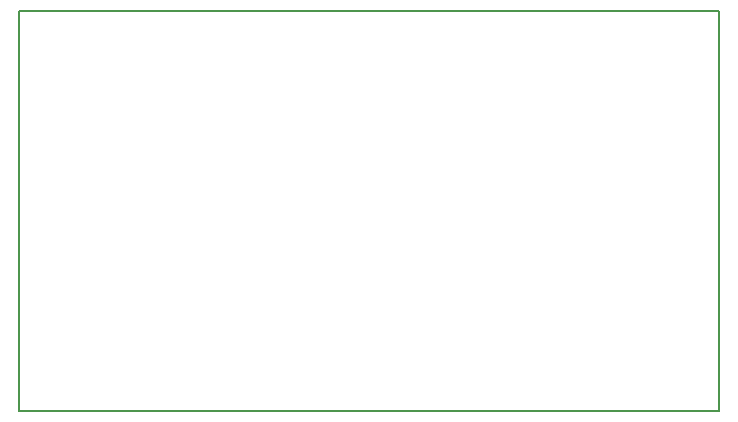
<source format=gm1>
G04 MADE WITH FRITZING*
G04 WWW.FRITZING.ORG*
G04 DOUBLE SIDED*
G04 HOLES PLATED*
G04 CONTOUR ON CENTER OF CONTOUR VECTOR*
%ASAXBY*%
%FSLAX23Y23*%
%MOIN*%
%OFA0B0*%
%SFA1.0B1.0*%
%ADD10R,2.342520X1.338580*%
%ADD11C,0.008000*%
%ADD10C,0.008*%
%LNCONTOUR*%
G90*
G70*
G54D10*
G54D11*
X4Y1335D02*
X2339Y1335D01*
X2339Y4D01*
X4Y4D01*
X4Y1335D01*
D02*
G04 End of contour*
M02*
</source>
